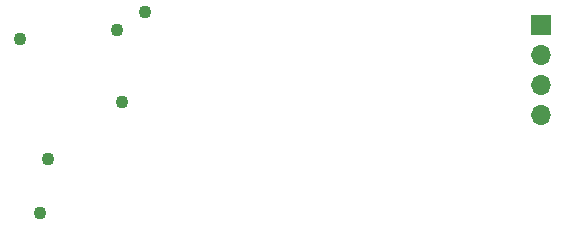
<source format=gbr>
%TF.GenerationSoftware,KiCad,Pcbnew,8.0.4*%
%TF.CreationDate,2024-08-14T23:05:24-07:00*%
%TF.ProjectId,SleepyWoof,536c6565-7079-4576-9f6f-662e6b696361,rev?*%
%TF.SameCoordinates,Original*%
%TF.FileFunction,Soldermask,Bot*%
%TF.FilePolarity,Negative*%
%FSLAX46Y46*%
G04 Gerber Fmt 4.6, Leading zero omitted, Abs format (unit mm)*
G04 Created by KiCad (PCBNEW 8.0.4) date 2024-08-14 23:05:24*
%MOMM*%
%LPD*%
G01*
G04 APERTURE LIST*
%ADD10C,1.100000*%
%ADD11R,1.700000X1.700000*%
%ADD12O,1.700000X1.700000*%
G04 APERTURE END LIST*
D10*
%TO.C,TP5*%
X168405000Y-99135000D03*
%TD*%
%TO.C,TP6*%
X179017500Y-96835000D03*
%TD*%
D11*
%TO.C,J1*%
X212480000Y-98000000D03*
D12*
X212480000Y-100540000D03*
X212480000Y-103080000D03*
X212480000Y-105620000D03*
%TD*%
D10*
%TO.C,TP3*%
X177005000Y-104460000D03*
%TD*%
%TO.C,TP2*%
X170080000Y-113897500D03*
%TD*%
%TO.C,TP4*%
X176605000Y-98360000D03*
%TD*%
%TO.C,TP1*%
X170780000Y-109280000D03*
%TD*%
M02*

</source>
